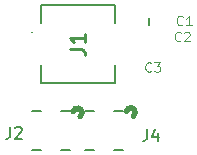
<source format=gbr>
%TF.GenerationSoftware,KiCad,Pcbnew,8.0.2-1*%
%TF.CreationDate,2024-10-11T13:21:46+02:00*%
%TF.ProjectId,PUMA_PCB_REV2,50554d41-5f50-4434-925f-524556322e6b,rev?*%
%TF.SameCoordinates,Original*%
%TF.FileFunction,Legend,Top*%
%TF.FilePolarity,Positive*%
%FSLAX46Y46*%
G04 Gerber Fmt 4.6, Leading zero omitted, Abs format (unit mm)*
G04 Created by KiCad (PCBNEW 8.0.2-1) date 2024-10-11 13:21:46*
%MOMM*%
%LPD*%
G01*
G04 APERTURE LIST*
%ADD10C,0.120000*%
%ADD11C,0.150000*%
%ADD12C,0.254000*%
%ADD13C,0.152400*%
%ADD14C,0.508000*%
%ADD15C,0.200000*%
%ADD16C,0.100000*%
G04 APERTURE END LIST*
D10*
X108719239Y-87141112D02*
X108681143Y-87179208D01*
X108681143Y-87179208D02*
X108566858Y-87217303D01*
X108566858Y-87217303D02*
X108490667Y-87217303D01*
X108490667Y-87217303D02*
X108376381Y-87179208D01*
X108376381Y-87179208D02*
X108300191Y-87103017D01*
X108300191Y-87103017D02*
X108262096Y-87026827D01*
X108262096Y-87026827D02*
X108224000Y-86874446D01*
X108224000Y-86874446D02*
X108224000Y-86760160D01*
X108224000Y-86760160D02*
X108262096Y-86607779D01*
X108262096Y-86607779D02*
X108300191Y-86531588D01*
X108300191Y-86531588D02*
X108376381Y-86455398D01*
X108376381Y-86455398D02*
X108490667Y-86417303D01*
X108490667Y-86417303D02*
X108566858Y-86417303D01*
X108566858Y-86417303D02*
X108681143Y-86455398D01*
X108681143Y-86455398D02*
X108719239Y-86493493D01*
X109024000Y-86493493D02*
X109062096Y-86455398D01*
X109062096Y-86455398D02*
X109138286Y-86417303D01*
X109138286Y-86417303D02*
X109328762Y-86417303D01*
X109328762Y-86417303D02*
X109404953Y-86455398D01*
X109404953Y-86455398D02*
X109443048Y-86493493D01*
X109443048Y-86493493D02*
X109481143Y-86569684D01*
X109481143Y-86569684D02*
X109481143Y-86645874D01*
X109481143Y-86645874D02*
X109443048Y-86760160D01*
X109443048Y-86760160D02*
X108985905Y-87217303D01*
X108985905Y-87217303D02*
X109481143Y-87217303D01*
X106219239Y-89717644D02*
X106181143Y-89755740D01*
X106181143Y-89755740D02*
X106066858Y-89793835D01*
X106066858Y-89793835D02*
X105990667Y-89793835D01*
X105990667Y-89793835D02*
X105876381Y-89755740D01*
X105876381Y-89755740D02*
X105800191Y-89679549D01*
X105800191Y-89679549D02*
X105762096Y-89603359D01*
X105762096Y-89603359D02*
X105724000Y-89450978D01*
X105724000Y-89450978D02*
X105724000Y-89336692D01*
X105724000Y-89336692D02*
X105762096Y-89184311D01*
X105762096Y-89184311D02*
X105800191Y-89108120D01*
X105800191Y-89108120D02*
X105876381Y-89031930D01*
X105876381Y-89031930D02*
X105990667Y-88993835D01*
X105990667Y-88993835D02*
X106066858Y-88993835D01*
X106066858Y-88993835D02*
X106181143Y-89031930D01*
X106181143Y-89031930D02*
X106219239Y-89070025D01*
X106485905Y-88993835D02*
X106981143Y-88993835D01*
X106981143Y-88993835D02*
X106714477Y-89298597D01*
X106714477Y-89298597D02*
X106828762Y-89298597D01*
X106828762Y-89298597D02*
X106904953Y-89336692D01*
X106904953Y-89336692D02*
X106943048Y-89374787D01*
X106943048Y-89374787D02*
X106981143Y-89450978D01*
X106981143Y-89450978D02*
X106981143Y-89641454D01*
X106981143Y-89641454D02*
X106943048Y-89717644D01*
X106943048Y-89717644D02*
X106904953Y-89755740D01*
X106904953Y-89755740D02*
X106828762Y-89793835D01*
X106828762Y-89793835D02*
X106600191Y-89793835D01*
X106600191Y-89793835D02*
X106524000Y-89755740D01*
X106524000Y-89755740D02*
X106485905Y-89717644D01*
D11*
X94266666Y-94454819D02*
X94266666Y-95169104D01*
X94266666Y-95169104D02*
X94219047Y-95311961D01*
X94219047Y-95311961D02*
X94123809Y-95407200D01*
X94123809Y-95407200D02*
X93980952Y-95454819D01*
X93980952Y-95454819D02*
X93885714Y-95454819D01*
X94695238Y-94550057D02*
X94742857Y-94502438D01*
X94742857Y-94502438D02*
X94838095Y-94454819D01*
X94838095Y-94454819D02*
X95076190Y-94454819D01*
X95076190Y-94454819D02*
X95171428Y-94502438D01*
X95171428Y-94502438D02*
X95219047Y-94550057D01*
X95219047Y-94550057D02*
X95266666Y-94645295D01*
X95266666Y-94645295D02*
X95266666Y-94740533D01*
X95266666Y-94740533D02*
X95219047Y-94883390D01*
X95219047Y-94883390D02*
X94647619Y-95454819D01*
X94647619Y-95454819D02*
X95266666Y-95454819D01*
D10*
X108866667Y-85787664D02*
X108828571Y-85825760D01*
X108828571Y-85825760D02*
X108714286Y-85863855D01*
X108714286Y-85863855D02*
X108638095Y-85863855D01*
X108638095Y-85863855D02*
X108523809Y-85825760D01*
X108523809Y-85825760D02*
X108447619Y-85749569D01*
X108447619Y-85749569D02*
X108409524Y-85673379D01*
X108409524Y-85673379D02*
X108371428Y-85520998D01*
X108371428Y-85520998D02*
X108371428Y-85406712D01*
X108371428Y-85406712D02*
X108409524Y-85254331D01*
X108409524Y-85254331D02*
X108447619Y-85178140D01*
X108447619Y-85178140D02*
X108523809Y-85101950D01*
X108523809Y-85101950D02*
X108638095Y-85063855D01*
X108638095Y-85063855D02*
X108714286Y-85063855D01*
X108714286Y-85063855D02*
X108828571Y-85101950D01*
X108828571Y-85101950D02*
X108866667Y-85140045D01*
X109628571Y-85863855D02*
X109171428Y-85863855D01*
X109400000Y-85863855D02*
X109400000Y-85063855D01*
X109400000Y-85063855D02*
X109323809Y-85178140D01*
X109323809Y-85178140D02*
X109247619Y-85254331D01*
X109247619Y-85254331D02*
X109171428Y-85292426D01*
D12*
X99323467Y-87850209D02*
X100230610Y-87850209D01*
X100230610Y-87850209D02*
X100412038Y-87910686D01*
X100412038Y-87910686D02*
X100532991Y-88031638D01*
X100532991Y-88031638D02*
X100593467Y-88213067D01*
X100593467Y-88213067D02*
X100593467Y-88334019D01*
X100593467Y-86580209D02*
X100593467Y-87305924D01*
X100593467Y-86943067D02*
X99323467Y-86943067D01*
X99323467Y-86943067D02*
X99504895Y-87064019D01*
X99504895Y-87064019D02*
X99625848Y-87184971D01*
X99625848Y-87184971D02*
X99686324Y-87305924D01*
D11*
X105866666Y-94654819D02*
X105866666Y-95369104D01*
X105866666Y-95369104D02*
X105819047Y-95511961D01*
X105819047Y-95511961D02*
X105723809Y-95607200D01*
X105723809Y-95607200D02*
X105580952Y-95654819D01*
X105580952Y-95654819D02*
X105485714Y-95654819D01*
X106771428Y-94988152D02*
X106771428Y-95654819D01*
X106533333Y-94607200D02*
X106295238Y-95321485D01*
X106295238Y-95321485D02*
X106914285Y-95321485D01*
D13*
%TO.C,J2*%
X96084168Y-96449033D02*
X96881728Y-96449033D01*
X96881728Y-93096233D02*
X96084168Y-93096233D01*
X98537808Y-96449033D02*
X99335368Y-96449033D01*
X99335368Y-93096233D02*
X98537808Y-93096233D01*
D14*
X99603877Y-93157193D02*
G75*
G02*
X100351368Y-93261333I366491J-104140D01*
G01*
X100351368Y-93261333D02*
G75*
G02*
X100203313Y-93562825I-381000J0D01*
G01*
D15*
%TO.C,C1*%
X106013879Y-85800000D02*
X106013879Y-85200000D01*
D16*
%TO.C,J1*%
X96019149Y-86426877D02*
X96019149Y-86426877D01*
X96119149Y-86426877D02*
X96119149Y-86426877D01*
D15*
X96869149Y-84101877D02*
X103169149Y-84101877D01*
X96869149Y-85626877D02*
X96869149Y-84101877D01*
X96869149Y-89226877D02*
X96869149Y-90751877D01*
X96869149Y-90751877D02*
X103169149Y-90751877D01*
X103169149Y-84101877D02*
X103169149Y-85626877D01*
X103169149Y-90751877D02*
X103169149Y-89226877D01*
D16*
X96019149Y-86426877D02*
G75*
G02*
X96119149Y-86426877I50000J0D01*
G01*
X96119149Y-86426877D02*
G75*
G02*
X96019149Y-86426877I-50000J0D01*
G01*
D13*
%TO.C,J4*%
X100597600Y-96426400D02*
X101395160Y-96426400D01*
X101395160Y-93073600D02*
X100597600Y-93073600D01*
X103051240Y-96426400D02*
X103848800Y-96426400D01*
X103848800Y-93073600D02*
X103051240Y-93073600D01*
D14*
X104117309Y-93134560D02*
G75*
G02*
X104864800Y-93238700I366491J-104140D01*
G01*
X104864800Y-93238700D02*
G75*
G02*
X104716745Y-93540192I-381000J0D01*
G01*
%TD*%
M02*

</source>
